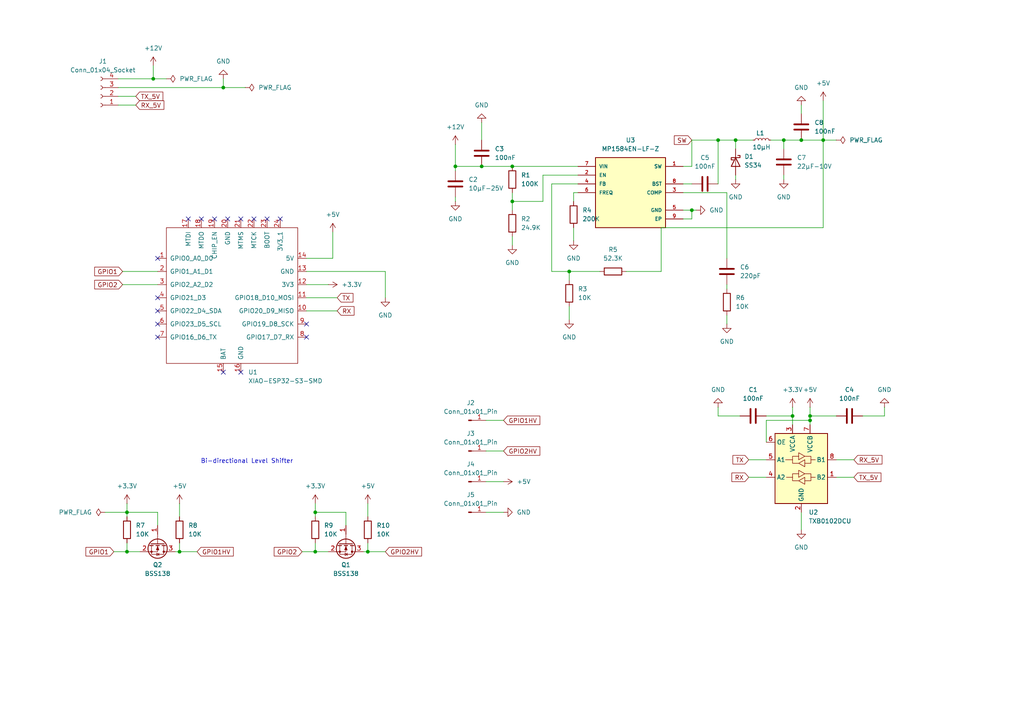
<source format=kicad_sch>
(kicad_sch (version 20250114) (generator "eeschema") (generator_version "9.0")
  (paper "A4")
  (lib_symbols
    (symbol "Connector:Conn_01x01_Pin" (pin_names (offset 1.016) (hide yes))
      (property "Reference" "J" (at 0 2.54 0))
      (property "Value" "Conn_01x01_Pin" (at 0 -2.54 0))
      (symbol "Conn_01x01_Pin_1_1"
        (rectangle (start 0.8636 0.127) (end 0 -0.127) (stroke (width 0.1524)) (fill (type outline)))
        (polyline (pts (xy 1.27 0) (xy 0.8636 0)) (stroke (width 0.1524)))
        (pin passive line (at 5.08 0 180) (length 3.81) (name "Pin_1") (number "1"))
      )
    )
    (symbol "Connector:Conn_01x04_Socket" (pin_names (offset 1.016) (hide yes))
      (property "Reference" "J" (at 0 5.08 0))
      (property "Value" "Conn_01x04_Socket" (at 0 -7.62 0))
      (symbol "Conn_01x04_Socket_1_1"
        (polyline (pts (xy -1.27 2.54) (xy -0.508 2.54)) (stroke (width 0.1524)))
        (polyline (pts (xy -1.27 0) (xy -0.508 0)) (stroke (width 0.1524)))
        (polyline (pts (xy -1.27 -2.54) (xy -0.508 -2.54)) (stroke (width 0.1524)))
        (polyline (pts (xy -1.27 -5.08) (xy -0.508 -5.08)) (stroke (width 0.1524)))
        (arc (start 0 2.032) (mid -0.5058 2.54) (end 0 3.048) (stroke (width 0.1524)))
        (arc (start 0 -0.508) (mid -0.5058 0) (end 0 0.508) (stroke (width 0.1524)))
        (arc (start 0 -3.048) (mid -0.5058 -2.54) (end 0 -2.032) (stroke (width 0.1524)))
        (arc (start 0 -5.588) (mid -0.5058 -5.08) (end 0 -4.572) (stroke (width 0.1524)))
        (pin passive line (at -5.08 2.54 0) (length 3.81) (name "Pin_1") (number "1"))
        (pin passive line (at -5.08 0 0) (length 3.81) (name "Pin_2") (number "2"))
        (pin passive line (at -5.08 -2.54 0) (length 3.81) (name "Pin_3") (number "3"))
        (pin passive line (at -5.08 -5.08 0) (length 3.81) (name "Pin_4") (number "4"))
      )
    )
    (symbol "Device:C" (pin_numbers (hide yes)) (pin_names (offset 0.254))
      (property "Reference" "C" (at 0.635 2.54 0))
      (property "Value" "C" (at 0.635 -2.54 0))
      (symbol "C_0_1"
        (polyline (pts (xy -2.032 0.762) (xy 2.032 0.762)) (stroke (width 0.508)))
        (polyline (pts (xy -2.032 -0.762) (xy 2.032 -0.762)) (stroke (width 0.508)))
      )
      (symbol "C_1_1"
        (pin passive line (at 0 3.81 270) (length 2.794) (name "~") (number "1"))
        (pin passive line (at 0 -3.81 90) (length 2.794) (name "~") (number "2"))
      )
    )
    (symbol "Device:L_Small" (pin_numbers (hide yes)) (pin_names (offset 0.254) (hide yes))
      (property "Reference" "L" (at 0.762 1.016 0))
      (property "Value" "L_Small" (at 0.762 -1.016 0))
      (symbol "L_Small_0_1"
        (arc (start 0 2.032) (mid 0.5058 1.524) (end 0 1.016))
        (arc (start 0 1.016) (mid 0.5058 0.508) (end 0 0))
        (arc (start 0 0) (mid 0.5058 -0.508) (end 0 -1.016))
        (arc (start 0 -1.016) (mid 0.5058 -1.524) (end 0 -2.032))
      )
      (symbol "L_Small_1_1"
        (pin passive line (at 0 2.54 270) (length 0.508) (name "~") (number "1"))
        (pin passive line (at 0 -2.54 90) (length 0.508) (name "~") (number "2"))
      )
    )
    (symbol "Device:R" (pin_numbers (hide yes)) (pin_names (offset 0))
      (property "Reference" "R" (at 2.032 0 90))
      (property "Value" "R" (at 0 0 90))
      (symbol "R_0_1"
        (rectangle (start -1.016 -2.54) (end 1.016 2.54) (stroke (width 0.254)))
      )
      (symbol "R_1_1"
        (pin passive line (at 0 3.81 270) (length 1.27) (name "~") (number "1"))
        (pin passive line (at 0 -3.81 90) (length 1.27) (name "~") (number "2"))
      )
    )
    (symbol "Diode:SS34" (pin_numbers (hide yes)) (pin_names (offset 1.016) (hide yes))
      (property "Reference" "D" (at 0 2.54 0))
      (property "Value" "SS34" (at 0 -2.54 0))
      (symbol "SS34_0_1"
        (polyline (pts (xy -1.905 0.635) (xy -1.905 1.27) (xy -1.27 1.27) (xy -1.27 -1.27) (xy -0.635 -1.27) (xy -0.635 -0.635)) (stroke (width 0.254)))
        (polyline (pts (xy 1.27 1.27) (xy 1.27 -1.27) (xy -1.27 0) (xy 1.27 1.27)) (stroke (width 0.254)))
        (polyline (pts (xy 1.27 0) (xy -1.27 0)))
      )
      (symbol "SS34_1_1"
        (pin passive line (at -3.81 0 0) (length 2.54) (name "K") (number "1"))
        (pin passive line (at 3.81 0 180) (length 2.54) (name "A") (number "2"))
      )
    )
    (symbol "Logic_LevelTranslator:TXB0102DCU"
      (property "Reference" "U" (at -6.35 11.43 0))
      (property "Value" "TXB0102DCU" (at 3.81 11.43 0))
      (symbol "TXB0102DCU_0_1"
        (rectangle (start -7.62 10.16) (end 7.62 -10.16) (stroke (width 0.254)) (fill (type background)))
        (polyline (pts (xy -2.54 2.54) (xy -2.54 3.556) (xy -0.762 3.556)))
        (polyline (pts (xy -2.54 -2.54) (xy -2.54 -1.524) (xy -0.762 -1.524)))
        (polyline (pts (xy -0.762 2.54) (xy -0.762 4.572) (xy 1.016 3.556) (xy -0.762 2.54)))
        (polyline (pts (xy -0.762 1.524) (xy -2.54 1.524) (xy -2.54 2.54) (xy -4.572 2.54)))
        (polyline (pts (xy -0.762 -2.54) (xy -0.762 -0.508) (xy 1.016 -1.524) (xy -0.762 -2.54)))
        (polyline (pts (xy -0.762 -3.556) (xy -2.54 -3.556) (xy -2.54 -2.54) (xy -4.318 -2.54)))
        (polyline (pts (xy 1.016 3.556) (xy 2.794 3.556) (xy 2.794 2.54) (xy 4.064 2.54)))
        (polyline (pts (xy 1.016 2.54) (xy 1.016 0.762) (xy 1.016 0.508) (xy -0.762 1.524) (xy 1.016 2.54)))
        (polyline (pts (xy 1.016 -1.524) (xy 2.794 -1.524) (xy 2.794 -2.54) (xy 4.064 -2.54)))
        (polyline (pts (xy 1.016 -2.54) (xy 1.016 -4.572) (xy -0.762 -3.556) (xy 1.016 -2.54)))
        (polyline (pts (xy 2.794 2.54) (xy 2.794 1.524) (xy 1.016 1.524)))
        (polyline (pts (xy 2.794 -2.54) (xy 2.794 -3.556) (xy 1.016 -3.556)))
      )
      (symbol "TXB0102DCU_1_1"
        (pin input line (at -10.16 7.62 0) (length 2.54) (name "OE") (number "6"))
        (pin bidirectional line (at -10.16 2.54 0) (length 2.54) (name "A1") (number "5"))
        (pin bidirectional line (at -10.16 -2.54 0) (length 2.54) (name "A2") (number "4"))
        (pin power_in line (at -2.54 12.7 270) (length 2.54) (name "VCCA") (number "3"))
        (pin power_in line (at 0 -12.7 90) (length 2.54) (name "GND") (number "2"))
        (pin power_in line (at 2.54 12.7 270) (length 2.54) (name "VCCB") (number "7"))
        (pin bidirectional line (at 10.16 2.54 180) (length 2.54) (name "B1") (number "8"))
        (pin bidirectional line (at 10.16 -2.54 180) (length 2.54) (name "B2") (number "1"))
      )
    )
    (symbol "MP1584EN-LF-Z:MP1584EN-LF-Z" (pin_names (offset 1.016))
      (property "Reference" "U" (at -10.1897 10.9615 0))
      (property "Value" "MP1584EN-LF-Z" (at -10.1903 -12.7436 0))
      (symbol "MP1584EN-LF-Z_0_0"
        (rectangle (start -10.16 -10.16) (end 10.16 10.16) (stroke (width 0.254)) (fill (type background)))
        (pin input line (at -15.24 7.62 0) (length 5.08) (name "VIN") (number "7"))
        (pin input line (at -15.24 5.08 0) (length 5.08) (name "EN") (number "2"))
        (pin input line (at -15.24 2.54 0) (length 5.08) (name "FB") (number "4"))
        (pin passive line (at -15.24 0 0) (length 5.08) (name "FREQ") (number "6"))
        (pin output line (at 15.24 7.62 180) (length 5.08) (name "SW") (number "1"))
        (pin passive line (at 15.24 2.54 180) (length 5.08) (name "BST") (number "8"))
        (pin passive line (at 15.24 0 180) (length 5.08) (name "COMP") (number "3"))
        (pin power_in line (at 15.24 -5.08 180) (length 5.08) (name "GND") (number "5"))
        (pin power_in line (at 15.24 -7.62 180) (length 5.08) (name "EP") (number "9"))
      )
    )
    (symbol "Seeed_Studio_XIAO_Series:XIAO-ESP32-C6-SMD" (pin_names (offset 1.016))
      (property "Reference" "U" (at -18.542 23.114 0))
      (property "Value" "XIAO-ESP32-S3-SMD" (at -8.382 21.336 0))
      (symbol "XIAO-ESP32-C6-SMD_0_1"
        (rectangle (start 19.05 -19.05) (end -19.05 20.32))
      )
      (symbol "XIAO-ESP32-C6-SMD_1_1"
        (pin passive line (at -21.59 11.43 0) (length 2.54) (name "GPIO0_A0_D0") (number "1"))
        (pin passive line (at -21.59 7.62 0) (length 2.54) (name "GPIO1_A1_D1") (number "2"))
        (pin passive line (at -21.59 3.81 0) (length 2.54) (name "GPIO2_A2_D2") (number "3"))
        (pin passive line (at -21.59 0 0) (length 2.54) (name "GPIO21_D3") (number "4"))
        (pin passive line (at -21.59 -3.81 0) (length 2.54) (name "GPIO22_D4_SDA") (number "5"))
        (pin passive line (at -21.59 -7.62 0) (length 2.54) (name "GPIO23_D5_SCL") (number "6"))
        (pin passive line (at -21.59 -11.43 0) (length 2.54) (name "GPIO16_D6_TX") (number "7"))
        (pin passive line (at -12.7 22.86 270) (length 2.54) (name "MTDI") (number "17"))
        (pin passive line (at -8.89 22.86 270) (length 2.54) (name "MTDO") (number "18"))
        (pin passive line (at -5.08 22.86 270) (length 2.54) (name "CHIP_EN") (number "19"))
        (pin passive line (at -2.54 -21.59 90) (length 2.54) (name "BAT") (number "15"))
        (pin passive line (at -1.27 22.86 270) (length 2.54) (name "GND") (number "20"))
        (pin passive line (at 2.54 22.86 270) (length 2.54) (name "MTMS") (number "21"))
        (pin passive line (at 2.54 -21.59 90) (length 2.54) (name "GND") (number "16"))
        (pin passive line (at 6.35 22.86 270) (length 2.54) (name "MTCK") (number "22"))
        (pin passive line (at 10.16 22.86 270) (length 2.54) (name "BOOT") (number "23"))
        (pin passive line (at 13.97 22.86 270) (length 2.54) (name "3V3_1") (number "24"))
        (pin passive line (at 21.59 11.43 180) (length 2.54) (name "5V") (number "14"))
        (pin passive line (at 21.59 7.62 180) (length 2.54) (name "GND") (number "13"))
        (pin passive line (at 21.59 3.81 180) (length 2.54) (name "3V3") (number "12"))
        (pin passive line (at 21.59 0 180) (length 2.54) (name "GPIO18_D10_MOSI") (number "11"))
        (pin passive line (at 21.59 -3.81 180) (length 2.54) (name "GPIO20_D9_MISO") (number "10"))
        (pin passive line (at 21.59 -7.62 180) (length 2.54) (name "GPIO19_D8_SCK") (number "9"))
        (pin passive line (at 21.59 -11.43 180) (length 2.54) (name "GPIO17_D7_RX") (number "8"))
      )
    )
    (symbol "Transistor_FET:BSS138" (pin_names (offset 0) (hide yes))
      (property "Reference" "Q" (at 5.08 1.905 0))
      (property "Value" "BSS138" (at 5.08 0 0))
      (symbol "BSS138_0_1"
        (polyline (pts (xy 0.254 1.905) (xy 0.254 -1.905)) (stroke (width 0.254)))
        (polyline (pts (xy 0.254 0) (xy -2.54 0)))
        (polyline (pts (xy 0.762 2.286) (xy 0.762 1.27)) (stroke (width 0.254)))
        (polyline (pts (xy 0.762 0.508) (xy 0.762 -0.508)) (stroke (width 0.254)))
        (polyline (pts (xy 0.762 -1.27) (xy 0.762 -2.286)) (stroke (width 0.254)))
        (polyline (pts (xy 0.762 -1.778) (xy 3.302 -1.778) (xy 3.302 1.778) (xy 0.762 1.778)))
        (polyline (pts (xy 1.016 0) (xy 2.032 0.381) (xy 2.032 -0.381) (xy 1.016 0)) (fill (type outline)))
        (circle (center 1.651 0) (radius 2.794) (stroke (width 0.254)))
        (polyline (pts (xy 2.54 2.54) (xy 2.54 1.778)))
        (circle (center 2.54 1.778) (radius 0.254) (fill (type outline)))
        (circle (center 2.54 -1.778) (radius 0.254) (fill (type outline)))
        (polyline (pts (xy 2.54 -2.54) (xy 2.54 0) (xy 0.762 0)))
        (polyline (pts (xy 2.921 0.381) (xy 3.683 0.381)))
        (polyline (pts (xy 3.302 0.381) (xy 2.921 -0.254) (xy 3.683 -0.254) (xy 3.302 0.381)))
      )
      (symbol "BSS138_1_1"
        (pin input line (at -5.08 0 0) (length 2.54) (name "G") (number "1"))
        (pin passive line (at 2.54 5.08 270) (length 2.54) (name "D") (number "3"))
        (pin passive line (at 2.54 -5.08 90) (length 2.54) (name "S") (number "2"))
      )
    )
    (symbol "power:+12V" (power) (pin_numbers (hide yes)) (pin_names (offset 0) (hide yes))
      (property "Value" "+12V" (at 0 3.556 0))
      (symbol "+12V_0_1"
        (polyline (pts (xy -0.762 1.27) (xy 0 2.54)))
        (polyline (pts (xy 0 2.54) (xy 0.762 1.27)))
        (polyline (pts (xy 0 0) (xy 0 2.54)))
      )
      (symbol "+12V_1_1"
        (pin power_in line (at 0 0 90) (length 0) (name "~") (number "1"))
      )
    )
    (symbol "power:+3.3V" (power) (pin_numbers (hide yes)) (pin_names (offset 0) (hide yes))
      (property "Value" "+3.3V" (at 0 3.556 0))
      (symbol "+3.3V_0_1"
        (polyline (pts (xy -0.762 1.27) (xy 0 2.54)))
        (polyline (pts (xy 0 2.54) (xy 0.762 1.27)))
        (polyline (pts (xy 0 0) (xy 0 2.54)))
      )
      (symbol "+3.3V_1_1"
        (pin power_in line (at 0 0 90) (length 0) (name "~") (number "1"))
      )
    )
    (symbol "power:+5V" (power) (pin_numbers (hide yes)) (pin_names (offset 0) (hide yes))
      (property "Value" "+5V" (at 0 3.556 0))
      (symbol "+5V_0_1"
        (polyline (pts (xy -0.762 1.27) (xy 0 2.54)))
        (polyline (pts (xy 0 2.54) (xy 0.762 1.27)))
        (polyline (pts (xy 0 0) (xy 0 2.54)))
      )
      (symbol "+5V_1_1"
        (pin power_in line (at 0 0 90) (length 0) (name "~") (number "1"))
      )
    )
    (symbol "power:GND" (power) (pin_numbers (hide yes)) (pin_names (offset 0) (hide yes))
      (property "Value" "GND" (at 0 -3.81 0))
      (symbol "GND_0_1"
        (polyline (pts (xy 0 0) (xy 0 -1.27) (xy 1.27 -1.27) (xy 0 -2.54) (xy -1.27 -1.27) (xy 0 -1.27)))
      )
      (symbol "GND_1_1"
        (pin power_in line (at 0 0 270) (length 0) (name "~") (number "1"))
      )
    )
    (symbol "power:PWR_FLAG" (power) (pin_numbers (hide yes)) (pin_names (offset 0) (hide yes))
      (property "Value" "PWR_FLAG" (at 0 3.81 0))
      (symbol "PWR_FLAG_0_0"
        (pin power_out line (at 0 0 90) (length 0) (name "~") (number "1"))
      )
      (symbol "PWR_FLAG_0_1"
        (polyline (pts (xy 0 0) (xy 0 1.27) (xy -1.016 1.905) (xy 0 2.54) (xy 1.016 1.905) (xy 0 1.27)))
      )
    )
  )
  (text "Bi-directional Level Shifter" (at 71.628 133.858 0) (effects (font (size 1.27 1.27))))
  (junction (at 234.95 121.92))
  (junction (at 238.76 40.64))
  (junction (at 91.44 160.02))
  (junction (at 139.7 48.26))
  (junction (at 36.83 160.02))
  (junction (at 165.1 78.74))
  (junction (at 227.33 40.64))
  (junction (at 44.45 22.86))
  (junction (at 132.08 48.26))
  (junction (at 234.95 120.65))
  (junction (at 229.87 120.65))
  (junction (at 148.59 48.26))
  (junction (at 52.07 160.02))
  (junction (at 148.59 58.42))
  (junction (at 213.36 40.64))
  (junction (at 91.44 148.59))
  (junction (at 208.28 40.64))
  (junction (at 200.66 60.96))
  (junction (at 36.83 148.59))
  (junction (at 232.41 40.64))
  (junction (at 64.77 25.4))
  (junction (at 106.68 160.02))
  (no_connect (at 45.72 74.93))
  (no_connect (at 45.72 93.98))
  (no_connect (at 45.72 90.17))
  (no_connect (at 81.28 63.5))
  (no_connect (at 58.42 63.5))
  (no_connect (at 45.72 97.79))
  (no_connect (at 69.85 63.5))
  (no_connect (at 66.04 63.5))
  (no_connect (at 69.85 107.95))
  (no_connect (at 88.9 93.98))
  (no_connect (at 64.77 107.95))
  (no_connect (at 88.9 97.79))
  (no_connect (at 62.23 63.5))
  (no_connect (at 45.72 86.36))
  (no_connect (at 54.61 63.5))
  (no_connect (at 73.66 63.5))
  (no_connect (at 77.47 63.5))
  (wire (pts (xy 140.97 139.7) (xy 146.05 139.7)))
  (wire (pts (xy 222.25 120.65) (xy 229.87 120.65)))
  (wire (pts (xy 201.93 60.96) (xy 200.66 60.96)))
  (wire (pts (xy 100.33 148.59) (xy 91.44 148.59)))
  (wire (pts (xy 132.08 48.26) (xy 132.08 49.53)))
  (wire (pts (xy 198.12 53.34) (xy 200.66 53.34)))
  (wire (pts (xy 140.97 121.92) (xy 146.05 121.92)))
  (wire (pts (xy 227.33 40.64) (xy 227.33 43.18)))
  (wire (pts (xy 45.72 152.4) (xy 45.72 148.59)))
  (wire (pts (xy 91.44 146.05) (xy 91.44 148.59)))
  (wire (pts (xy 234.95 121.92) (xy 234.95 123.19)))
  (wire (pts (xy 88.9 82.55) (xy 95.25 82.55)))
  (wire (pts (xy 52.07 160.02) (xy 57.15 160.02)))
  (wire (pts (xy 222.25 121.92) (xy 234.95 121.92)))
  (wire (pts (xy 167.64 50.8) (xy 157.48 50.8)))
  (wire (pts (xy 106.68 146.05) (xy 106.68 149.86)))
  (wire (pts (xy 36.83 148.59) (xy 36.83 149.86)))
  (wire (pts (xy 232.41 148.59) (xy 232.41 153.67)))
  (wire (pts (xy 232.41 30.48) (xy 232.41 33.02)))
  (wire (pts (xy 191.77 66.04) (xy 238.76 66.04)))
  (wire (pts (xy 106.68 160.02) (xy 111.76 160.02)))
  (wire (pts (xy 148.59 68.58) (xy 148.59 71.12)))
  (wire (pts (xy 227.33 50.8) (xy 227.33 52.07)))
  (wire (pts (xy 222.25 128.27) (xy 222.25 121.92)))
  (wire (pts (xy 229.87 120.65) (xy 229.87 123.19)))
  (wire (pts (xy 234.95 120.65) (xy 242.57 120.65)))
  (wire (pts (xy 213.36 40.64) (xy 218.44 40.64)))
  (wire (pts (xy 100.33 152.4) (xy 100.33 148.59)))
  (wire (pts (xy 88.9 90.17) (xy 97.79 90.17)))
  (wire (pts (xy 181.61 78.74) (xy 191.77 78.74)))
  (wire (pts (xy 166.37 66.04) (xy 166.37 69.85)))
  (wire (pts (xy 91.44 148.59) (xy 91.44 149.86)))
  (wire (pts (xy 200.66 40.64) (xy 208.28 40.64)))
  (wire (pts (xy 132.08 41.91) (xy 132.08 48.26)))
  (wire (pts (xy 140.97 148.59) (xy 146.05 148.59)))
  (wire (pts (xy 238.76 66.04) (xy 238.76 40.64)))
  (wire (pts (xy 139.7 48.26) (xy 132.08 48.26)))
  (wire (pts (xy 64.77 25.4) (xy 64.77 22.86)))
  (wire (pts (xy 217.17 133.35) (xy 222.25 133.35)))
  (wire (pts (xy 40.64 160.02) (xy 36.83 160.02)))
  (wire (pts (xy 52.07 146.05) (xy 52.07 149.86)))
  (wire (pts (xy 34.29 22.86) (xy 44.45 22.86)))
  (wire (pts (xy 214.63 120.65) (xy 208.28 120.65)))
  (wire (pts (xy 198.12 55.88) (xy 210.82 55.88)))
  (wire (pts (xy 238.76 29.21) (xy 238.76 40.64)))
  (wire (pts (xy 229.87 118.11) (xy 229.87 120.65)))
  (wire (pts (xy 256.54 120.65) (xy 256.54 118.11)))
  (wire (pts (xy 238.76 40.64) (xy 242.57 40.64)))
  (wire (pts (xy 166.37 55.88) (xy 166.37 58.42)))
  (wire (pts (xy 34.29 25.4) (xy 64.77 25.4)))
  (wire (pts (xy 30.48 148.59) (xy 36.83 148.59)))
  (wire (pts (xy 148.59 48.26) (xy 139.7 48.26)))
  (wire (pts (xy 198.12 63.5) (xy 200.66 63.5)))
  (wire (pts (xy 140.97 130.81) (xy 146.05 130.81)))
  (wire (pts (xy 36.83 146.05) (xy 36.83 148.59)))
  (wire (pts (xy 234.95 118.11) (xy 234.95 120.65)))
  (wire (pts (xy 200.66 63.5) (xy 200.66 60.96)))
  (wire (pts (xy 36.83 148.59) (xy 45.72 148.59)))
  (wire (pts (xy 160.02 78.74) (xy 165.1 78.74)))
  (wire (pts (xy 208.28 40.64) (xy 208.28 53.34)))
  (wire (pts (xy 148.59 55.88) (xy 148.59 58.42)))
  (wire (pts (xy 34.29 27.94) (xy 39.37 27.94)))
  (wire (pts (xy 165.1 78.74) (xy 173.99 78.74)))
  (wire (pts (xy 96.52 74.93) (xy 96.52 67.31)))
  (wire (pts (xy 232.41 40.64) (xy 227.33 40.64)))
  (wire (pts (xy 34.29 30.48) (xy 39.37 30.48)))
  (wire (pts (xy 210.82 82.55) (xy 210.82 83.82)))
  (wire (pts (xy 106.68 160.02) (xy 106.68 157.48)))
  (wire (pts (xy 139.7 35.56) (xy 139.7 40.64)))
  (wire (pts (xy 191.77 78.74) (xy 191.77 66.04)))
  (wire (pts (xy 167.64 55.88) (xy 166.37 55.88)))
  (wire (pts (xy 234.95 120.65) (xy 234.95 121.92)))
  (wire (pts (xy 148.59 48.26) (xy 167.64 48.26)))
  (wire (pts (xy 44.45 22.86) (xy 48.26 22.86)))
  (wire (pts (xy 200.66 48.26) (xy 200.66 40.64)))
  (wire (pts (xy 250.19 120.65) (xy 256.54 120.65)))
  (wire (pts (xy 208.28 118.11) (xy 208.28 120.65)))
  (wire (pts (xy 35.56 78.74) (xy 45.72 78.74)))
  (wire (pts (xy 111.76 86.36) (xy 111.76 78.74)))
  (wire (pts (xy 167.64 53.34) (xy 160.02 53.34)))
  (wire (pts (xy 213.36 40.64) (xy 213.36 43.18)))
  (wire (pts (xy 36.83 160.02) (xy 36.83 157.48)))
  (wire (pts (xy 91.44 160.02) (xy 91.44 157.48)))
  (wire (pts (xy 165.1 88.9) (xy 165.1 92.71)))
  (wire (pts (xy 105.41 160.02) (xy 106.68 160.02)))
  (wire (pts (xy 111.76 78.74) (xy 88.9 78.74)))
  (wire (pts (xy 208.28 40.64) (xy 213.36 40.64)))
  (wire (pts (xy 50.8 160.02) (xy 52.07 160.02)))
  (wire (pts (xy 210.82 91.44) (xy 210.82 93.98)))
  (wire (pts (xy 148.59 58.42) (xy 148.59 60.96)))
  (wire (pts (xy 242.57 133.35) (xy 247.65 133.35)))
  (wire (pts (xy 242.57 138.43) (xy 247.65 138.43)))
  (wire (pts (xy 210.82 55.88) (xy 210.82 74.93)))
  (wire (pts (xy 64.77 25.4) (xy 71.12 25.4)))
  (wire (pts (xy 33.02 160.02) (xy 36.83 160.02)))
  (wire (pts (xy 200.66 60.96) (xy 198.12 60.96)))
  (wire (pts (xy 88.9 74.93) (xy 96.52 74.93)))
  (wire (pts (xy 165.1 78.74) (xy 165.1 81.28)))
  (wire (pts (xy 87.63 160.02) (xy 91.44 160.02)))
  (wire (pts (xy 88.9 86.36) (xy 97.79 86.36)))
  (wire (pts (xy 223.52 40.64) (xy 227.33 40.64)))
  (wire (pts (xy 132.08 57.15) (xy 132.08 58.42)))
  (wire (pts (xy 35.56 82.55) (xy 45.72 82.55)))
  (wire (pts (xy 52.07 160.02) (xy 52.07 157.48)))
  (wire (pts (xy 44.45 19.05) (xy 44.45 22.86)))
  (wire (pts (xy 213.36 50.8) (xy 213.36 52.07)))
  (wire (pts (xy 148.59 58.42) (xy 157.48 58.42)))
  (wire (pts (xy 95.25 160.02) (xy 91.44 160.02)))
  (wire (pts (xy 238.76 40.64) (xy 232.41 40.64)))
  (wire (pts (xy 217.17 138.43) (xy 222.25 138.43)))
  (wire (pts (xy 198.12 48.26) (xy 200.66 48.26)))
  (wire (pts (xy 157.48 50.8) (xy 157.48 58.42)))
  (wire (pts (xy 160.02 53.34) (xy 160.02 78.74)))
  (global_label "GPIO1HV" (shape input) (at 57.15 160.02 0) (property "Intersheetrefs" "${INTERSHEET_REFS}" (effects (hide yes))))
  (global_label "GPIO2HV" (shape input) (at 146.05 130.81 0) (property "Intersheetrefs" "${INTERSHEET_REFS}" (effects (hide yes))))
  (global_label "RX" (shape input) (at 97.79 90.17 0) (property "Intersheetrefs" "${INTERSHEET_REFS}" (effects (hide yes))))
  (global_label "RX_5V" (shape input) (at 247.65 133.35 0) (property "Intersheetrefs" "${INTERSHEET_REFS}" (effects (hide yes))))
  (global_label "GPIO1HV" (shape input) (at 146.05 121.92 0) (property "Intersheetrefs" "${INTERSHEET_REFS}" (effects (hide yes))))
  (global_label "TX" (shape input) (at 97.79 86.36 0) (property "Intersheetrefs" "${INTERSHEET_REFS}" (effects (hide yes))))
  (global_label "TX" (shape input) (at 217.17 133.35 180) (property "Intersheetrefs" "${INTERSHEET_REFS}" (effects (hide yes))))
  (global_label "GPIO2HV" (shape input) (at 111.76 160.02 0) (property "Intersheetrefs" "${INTERSHEET_REFS}" (effects (hide yes))))
  (global_label "RX" (shape input) (at 217.17 138.43 180) (property "Intersheetrefs" "${INTERSHEET_REFS}" (effects (hide yes))))
  (global_label "TX_5V" (shape input) (at 39.37 27.94 0) (property "Intersheetrefs" "${INTERSHEET_REFS}" (effects (hide yes))))
  (global_label "RX_5V" (shape input) (at 39.37 30.48 0) (property "Intersheetrefs" "${INTERSHEET_REFS}" (effects (hide yes))))
  (global_label "GPIO2" (shape input) (at 87.63 160.02 180) (property "Intersheetrefs" "${INTERSHEET_REFS}" (effects (hide yes))))
  (global_label "TX_5V" (shape input) (at 247.65 138.43 0) (property "Intersheetrefs" "${INTERSHEET_REFS}" (effects (hide yes))))
  (global_label "SW" (shape input) (at 200.66 40.64 180) (property "Intersheetrefs" "${INTERSHEET_REFS}" (effects (hide yes))))
  (global_label "GPIO1" (shape input) (at 35.56 78.74 180) (property "Intersheetrefs" "${INTERSHEET_REFS}" (effects (hide yes))))
  (global_label "GPIO2" (shape input) (at 35.56 82.55 180) (property "Intersheetrefs" "${INTERSHEET_REFS}" (effects (hide yes))))
  (global_label "GPIO1" (shape input) (at 33.02 160.02 180) (property "Intersheetrefs" "${INTERSHEET_REFS}" (effects (hide yes))))
  (symbol (lib_id "Connector:Conn_01x01_Pin") (at 135.89 139.7 0) (unit 1)
    (property "Reference" "J4" (at 136.525 134.62 0))
    (property "Value" "Conn_01x01_Pin" (at 136.525 137.16 0))
    (property "Footprint" "Connector_Pin:Pin_D1.3mm_L11.3mm_W2.8mm_Flat" (effects (hide yes)))
    (property "Description" "Generic connector, single row, 01x01, script generated" (effects (hide yes)))
  )
  (symbol (lib_id "power:+5V") (at 106.68 146.05 0) (unit 1)
    (property "Reference" "#PWR04" (effects (hide yes)))
    (property "Value" "+5V" (at 106.68 140.97 0))
    (property "Description" "Power symbol creates a global label with name \"+5V\"" (effects (hide yes)))
  )
  (symbol (lib_id "power:GND") (at 201.93 60.96 90) (unit 1)
    (property "Reference" "#PWR019" (effects (hide yes)))
    (property "Value" "GND" (at 205.74 60.9599 90) (effects (justify right)))
    (property "Description" "Power symbol creates a global label with name \"GND\" , ground" (effects (hide yes)))
  )
  (symbol (lib_id "Connector:Conn_01x01_Pin") (at 135.89 121.92 0) (unit 1)
    (property "Reference" "J2" (at 136.525 116.84 0))
    (property "Value" "Conn_01x01_Pin" (at 136.525 119.38 0))
    (property "Footprint" "Connector_Pin:Pin_D1.3mm_L11.3mm_W2.8mm_Flat" (effects (hide yes)))
    (property "Description" "Generic connector, single row, 01x01, script generated" (effects (hide yes)))
  )
  (symbol (lib_id "Connector:Conn_01x01_Pin") (at 135.89 148.59 0) (unit 1)
    (property "Reference" "J5" (at 136.525 143.51 0))
    (property "Value" "Conn_01x01_Pin" (at 136.525 146.05 0))
    (property "Footprint" "Connector_Pin:Pin_D1.3mm_L11.3mm_W2.8mm_Flat" (effects (hide yes)))
    (property "Description" "Generic connector, single row, 01x01, script generated" (effects (hide yes)))
  )
  (symbol (lib_id "power:GND") (at 256.54 118.11 180) (unit 1)
    (property "Reference" "#PWR016" (effects (hide yes)))
    (property "Value" "GND" (at 256.54 113.03 0))
    (property "Description" "Power symbol creates a global label with name \"GND\" , ground" (effects (hide yes)))
  )
  (symbol (lib_id "power:+5V") (at 96.52 67.31 0) (unit 1)
    (property "Reference" "#PWR06" (effects (hide yes)))
    (property "Value" "+5V" (at 96.52 62.23 0))
    (property "Description" "Power symbol creates a global label with name \"+5V\"" (effects (hide yes)))
  )
  (symbol (lib_id "power:GND") (at 208.28 118.11 180) (unit 1)
    (property "Reference" "#PWR08" (effects (hide yes)))
    (property "Value" "GND" (at 208.28 113.03 0))
    (property "Description" "Power symbol creates a global label with name \"GND\" , ground" (effects (hide yes)))
  )
  (symbol (lib_id "power:GND") (at 213.36 52.07 0) (unit 1)
    (property "Reference" "#PWR021" (effects (hide yes)))
    (property "Value" "GND" (at 213.36 57.15 0))
    (property "Description" "Power symbol creates a global label with name \"GND\" , ground" (effects (hide yes)))
  )
  (symbol (lib_id "power:GND") (at 166.37 69.85 0) (unit 1)
    (property "Reference" "#PWR018" (effects (hide yes)))
    (property "Value" "GND" (at 166.37 74.93 0))
    (property "Description" "Power symbol creates a global label with name \"GND\" , ground" (effects (hide yes)))
  )
  (symbol (lib_id "power:+3.3V") (at 91.44 146.05 0) (unit 1)
    (property "Reference" "#PWR03" (effects (hide yes)))
    (property "Value" "+3.3V" (at 91.44 140.97 0))
    (property "Description" "Power symbol creates a global label with name \"+3.3V\"" (effects (hide yes)))
  )
  (symbol (lib_id "MP1584EN-LF-Z:MP1584EN-LF-Z") (at 182.88 55.88 0) (unit 1)
    (property "Reference" "U3" (at 182.88 40.64 0))
    (property "Value" "MP1584EN-LF-Z" (at 182.88 43.18 0))
    (property "Footprint" "Package_SO:SOIC-8-1EP_3.9x4.9mm_P1.27mm_EP2.29x3mm" (effects (hide yes)))
    (property "STANDARD" "IPC-7351B" (effects (hide yes)))
    (property "PACKAGE" "SOIC-8" (effects (hide yes)))
    (property "PRICE" "2.72 USD" (effects (hide yes)))
    (property "MANUFACTURER" "Monolithic Power Systems" (effects (hide yes)))
  )
  (symbol (lib_id "Device:R") (at 91.44 153.67 0) (unit 1)
    (property "Reference" "R9" (at 93.98 152.3999 0) (effects (justify left)))
    (property "Value" "10K" (at 93.98 154.9399 0) (effects (justify left)))
    (property "Footprint" "Resistor_SMD:R_0805_2012Metric" (effects (hide yes)))
    (property "Description" "Resistor" (effects (hide yes)))
  )
  (symbol (lib_id "Device:L_Small") (at 220.98 40.64 90) (unit 1)
    (property "Reference" "L1" (at 221.742 38.608 90) (effects (justify left)))
    (property "Value" "10µH" (at 223.52 42.672 90) (effects (justify left)))
    (property "Footprint" "Inductor_SMD:L_APV_APH0530" (effects (hide yes)))
    (property "Description" "Inductor, small symbol" (effects (hide yes)))
  )
  (symbol (lib_id "power:GND") (at 165.1 92.71 0) (unit 1)
    (property "Reference" "#PWR017" (effects (hide yes)))
    (property "Value" "GND" (at 165.1 97.79 0))
    (property "Description" "Power symbol creates a global label with name \"GND\" , ground" (effects (hide yes)))
  )
  (symbol (lib_id "Device:C") (at 132.08 53.34 0) (unit 1)
    (property "Reference" "C2" (at 135.89 52.0699 0) (effects (justify left)))
    (property "Value" "10µF-25V" (at 135.89 54.6099 0) (effects (justify left)))
    (property "Footprint" "Capacitor_SMD:C_1206_3216Metric" (effects (hide yes)))
    (property "Description" "Unpolarized capacitor" (effects (hide yes)))
  )
  (symbol (lib_id "power:GND") (at 146.05 148.59 90) (unit 1)
    (property "Reference" "#PWR027" (effects (hide yes)))
    (property "Value" "GND" (at 149.86 148.5899 90) (effects (justify right)))
    (property "Description" "Power symbol creates a global label with name \"GND\" , ground" (effects (hide yes)))
  )
  (symbol (lib_id "power:+3.3V") (at 229.87 118.11 0) (unit 1)
    (property "Reference" "#PWR011" (effects (hide yes)))
    (property "Value" "+3.3V" (at 229.87 113.03 0))
    (property "Description" "Power symbol creates a global label with name \"+3.3V\"" (effects (hide yes)))
  )
  (symbol (lib_id "power:+5V") (at 146.05 139.7 270) (unit 1)
    (property "Reference" "#PWR025" (effects (hide yes)))
    (property "Value" "+5V" (at 149.86 139.6999 90) (effects (justify left)))
    (property "Description" "Power symbol creates a global label with name \"+5V\"" (effects (hide yes)))
  )
  (symbol (lib_id "Seeed_Studio_XIAO_Series:XIAO-ESP32-C6-SMD") (at 67.31 86.36 0) (unit 1)
    (property "Reference" "U1" (at 71.9933 107.95 0) (effects (justify left)))
    (property "Value" "XIAO-ESP32-S3-SMD" (at 71.9933 110.49 0) (effects (justify left)))
    (property "Footprint" "acw02_zb:XIAO-ESP32C6-SMD" (effects (hide yes)))
  )
  (symbol (lib_id "power:GND") (at 64.77 22.86 180) (unit 1)
    (property "Reference" "#PWR01" (effects (hide yes)))
    (property "Value" "GND" (at 64.77 17.78 0))
    (property "Description" "Power symbol creates a global label with name \"GND\" , ground" (effects (hide yes)))
  )
  (symbol (lib_id "power:GND") (at 227.33 52.07 0) (unit 1)
    (property "Reference" "#PWR022" (effects (hide yes)))
    (property "Value" "GND" (at 227.33 57.15 0))
    (property "Description" "Power symbol creates a global label with name \"GND\" , ground" (effects (hide yes)))
  )
  (symbol (lib_id "Device:R") (at 165.1 85.09 0) (unit 1)
    (property "Reference" "R3" (at 167.64 83.8199 0) (effects (justify left)))
    (property "Value" "10K" (at 167.64 86.3599 0) (effects (justify left)))
    (property "Footprint" "Resistor_SMD:R_0805_2012Metric" (effects (hide yes)))
    (property "Description" "Resistor" (effects (hide yes)))
  )
  (symbol (lib_id "Device:R") (at 36.83 153.67 0) (unit 1)
    (property "Reference" "R7" (at 39.37 152.3999 0) (effects (justify left)))
    (property "Value" "10K" (at 39.37 154.9399 0) (effects (justify left)))
    (property "Footprint" "Resistor_SMD:R_0805_2012Metric" (effects (hide yes)))
    (property "Description" "Resistor" (effects (hide yes)))
  )
  (symbol (lib_id "power:+5V") (at 234.95 118.11 0) (unit 1)
    (property "Reference" "#PWR014" (effects (hide yes)))
    (property "Value" "+5V" (at 234.95 113.03 0))
    (property "Description" "Power symbol creates a global label with name \"+5V\"" (effects (hide yes)))
  )
  (symbol (lib_id "power:+5V") (at 52.07 146.05 0) (unit 1)
    (property "Reference" "#PWR029" (effects (hide yes)))
    (property "Value" "+5V" (at 52.07 140.97 0))
    (property "Description" "Power symbol creates a global label with name \"+5V\"" (effects (hide yes)))
  )
  (symbol (lib_id "power:PWR_FLAG") (at 30.48 148.59 90) (unit 1)
    (property "Reference" "#FLG03" (effects (hide yes)))
    (property "Value" "PWR_FLAG" (at 26.67 148.5899 90) (effects (justify left)))
    (property "Description" "Special symbol for telling ERC where power comes from" (effects (hide yes)))
  )
  (symbol (lib_id "power:PWR_FLAG") (at 48.26 22.86 270) (unit 1)
    (property "Reference" "#FLG01" (effects (hide yes)))
    (property "Value" "PWR_FLAG" (at 52.07 22.8599 90) (effects (justify left)))
    (property "Description" "Special symbol for telling ERC where power comes from" (effects (hide yes)))
  )
  (symbol (lib_id "Device:C") (at 139.7 44.45 180) (unit 1)
    (property "Reference" "C3" (at 143.51 43.1799 0) (effects (justify right)))
    (property "Value" "100nF" (at 143.51 45.7199 0) (effects (justify right)))
    (property "Footprint" "Capacitor_SMD:C_1206_3216Metric" (effects (hide yes)))
    (property "Description" "Unpolarized capacitor" (effects (hide yes)))
  )
  (symbol (lib_id "Device:R") (at 166.37 62.23 0) (unit 1)
    (property "Reference" "R4" (at 168.91 60.9599 0) (effects (justify left)))
    (property "Value" "200K" (at 168.91 63.4999 0) (effects (justify left)))
    (property "Footprint" "Resistor_SMD:R_0805_2012Metric" (effects (hide yes)))
    (property "Description" "Resistor" (effects (hide yes)))
  )
  (symbol (lib_id "Device:C") (at 210.82 78.74 0) (unit 1)
    (property "Reference" "C6" (at 214.63 77.4699 0) (effects (justify left)))
    (property "Value" "220pF" (at 214.63 80.0099 0) (effects (justify left)))
    (property "Footprint" "Capacitor_SMD:C_0805_2012Metric" (effects (hide yes)))
    (property "Description" "Unpolarized capacitor" (effects (hide yes)))
  )
  (symbol (lib_id "power:+3.3V") (at 95.25 82.55 270) (unit 1)
    (property "Reference" "#PWR05" (effects (hide yes)))
    (property "Value" "+3.3V" (at 99.06 82.5499 90) (effects (justify left)))
    (property "Description" "Power symbol creates a global label with name \"+3.3V\"" (effects (hide yes)))
  )
  (symbol (lib_id "Device:C") (at 204.47 53.34 90) (unit 1)
    (property "Reference" "C5" (at 204.47 45.72 90))
    (property "Value" "100nF" (at 204.47 48.26 90))
    (property "Footprint" "Capacitor_SMD:C_1206_3216Metric" (effects (hide yes)))
    (property "Description" "Unpolarized capacitor" (effects (hide yes)))
  )
  (symbol (lib_id "power:GND") (at 232.41 30.48 180) (unit 1)
    (property "Reference" "#PWR023" (effects (hide yes)))
    (property "Value" "GND" (at 232.41 25.4 0))
    (property "Description" "Power symbol creates a global label with name \"GND\" , ground" (effects (hide yes)))
  )
  (symbol (lib_id "Device:R") (at 106.68 153.67 0) (unit 1)
    (property "Reference" "R10" (at 109.22 152.3999 0) (effects (justify left)))
    (property "Value" "10K" (at 109.22 154.9399 0) (effects (justify left)))
    (property "Footprint" "Resistor_SMD:R_0805_2012Metric" (effects (hide yes)))
    (property "Description" "Resistor" (effects (hide yes)))
  )
  (symbol (lib_id "power:+12V") (at 132.08 41.91 0) (unit 1)
    (property "Reference" "#PWR09" (effects (hide yes)))
    (property "Value" "+12V" (at 132.08 36.83 0))
    (property "Description" "Power symbol creates a global label with name \"+12V\"" (effects (hide yes)))
  )
  (symbol (lib_id "Device:C") (at 227.33 46.99 0) (unit 1)
    (property "Reference" "C7" (at 231.14 45.7199 0) (effects (justify left)))
    (property "Value" "22µF-10V" (at 231.14 48.2599 0) (effects (justify left)))
    (property "Footprint" "Capacitor_SMD:C_1206_3216Metric" (effects (hide yes)))
    (property "Description" "Unpolarized capacitor" (effects (hide yes)))
  )
  (symbol (lib_id "power:GND") (at 139.7 35.56 180) (unit 1)
    (property "Reference" "#PWR013" (effects (hide yes)))
    (property "Value" "GND" (at 139.7 30.48 0))
    (property "Description" "Power symbol creates a global label with name \"GND\" , ground" (effects (hide yes)))
  )
  (symbol (lib_id "power:GND") (at 148.59 71.12 0) (unit 1)
    (property "Reference" "#PWR015" (effects (hide yes)))
    (property "Value" "GND" (at 148.59 76.2 0))
    (property "Description" "Power symbol creates a global label with name \"GND\" , ground" (effects (hide yes)))
  )
  (symbol (lib_id "power:PWR_FLAG") (at 71.12 25.4 270) (unit 1)
    (property "Reference" "#FLG02" (effects (hide yes)))
    (property "Value" "PWR_FLAG" (at 74.93 25.3999 90) (effects (justify left)))
    (property "Description" "Special symbol for telling ERC where power comes from" (effects (hide yes)))
  )
  (symbol (lib_id "power:GND") (at 232.41 153.67 0) (unit 1)
    (property "Reference" "#PWR012" (effects (hide yes)))
    (property "Value" "GND" (at 232.41 158.75 0))
    (property "Description" "Power symbol creates a global label with name \"GND\" , ground" (effects (hide yes)))
  )
  (symbol (lib_id "power:PWR_FLAG") (at 242.57 40.64 270) (unit 1)
    (property "Reference" "#FLG04" (effects (hide yes)))
    (property "Value" "PWR_FLAG" (at 246.38 40.6399 90) (effects (justify left)))
    (property "Description" "Special symbol for telling ERC where power comes from" (effects (hide yes)))
  )
  (symbol (lib_id "power:GND") (at 132.08 58.42 0) (unit 1)
    (property "Reference" "#PWR010" (effects (hide yes)))
    (property "Value" "GND" (at 132.08 63.5 0))
    (property "Description" "Power symbol creates a global label with name \"GND\" , ground" (effects (hide yes)))
  )
  (symbol (lib_id "Device:C") (at 218.44 120.65 270) (unit 1)
    (property "Reference" "C1" (at 218.44 113.03 90))
    (property "Value" "100nF" (at 218.44 115.57 90))
    (property "Footprint" "Capacitor_SMD:C_0805_2012Metric" (effects (hide yes)))
    (property "Description" "Unpolarized capacitor" (effects (hide yes)))
  )
  (symbol (lib_id "Connector:Conn_01x01_Pin") (at 135.89 130.81 0) (unit 1)
    (property "Reference" "J3" (at 136.525 125.73 0))
    (property "Value" "Conn_01x01_Pin" (at 136.525 128.27 0))
    (property "Footprint" "Connector_Pin:Pin_D1.3mm_L11.3mm_W2.8mm_Flat" (effects (hide yes)))
    (property "Description" "Generic connector, single row, 01x01, script generated" (effects (hide yes)))
  )
  (symbol (lib_id "Logic_LevelTranslator:TXB0102DCU") (at 232.41 135.89 0) (unit 1)
    (property "Reference" "U2" (at 234.5533 148.59 0) (effects (justify left)))
    (property "Value" "TXB0102DCU" (at 234.5533 151.13 0) (effects (justify left)))
    (property "Footprint" "Package_SO:VSSOP-8_2.3x2mm_P0.5mm" (effects (hide yes)))
    (property "Datasheet" "http://www.ti.com/lit/ds/symlink/txb0102.pdf" (effects (hide yes)))
    (property "Description" "2-Bit Bidirectional Voltage-Level Translator With Auto Direction Sensing and ±15-kV ESD Protection, VSSOP-8" (effects (hide yes)))
  )
  (symbol (lib_id "Device:C") (at 232.41 36.83 180) (unit 1)
    (property "Reference" "C8" (at 236.22 35.5599 0) (effects (justify right)))
    (property "Value" "100nF" (at 236.22 38.0999 0) (effects (justify right)))
    (property "Footprint" "Capacitor_SMD:C_1206_3216Metric" (effects (hide yes)))
    (property "Description" "Unpolarized capacitor" (effects (hide yes)))
  )
  (symbol (lib_id "power:+12V") (at 44.45 19.05 0) (unit 1)
    (property "Reference" "#PWR02" (effects (hide yes)))
    (property "Value" "+12V" (at 44.45 13.97 0))
    (property "Description" "Power symbol creates a global label with name \"+12V\"" (effects (hide yes)))
  )
  (symbol (lib_id "power:GND") (at 111.76 86.36 0) (unit 1)
    (property "Reference" "#PWR07" (effects (hide yes)))
    (property "Value" "GND" (at 111.76 91.44 0))
    (property "Description" "Power symbol creates a global label with name \"GND\" , ground" (effects (hide yes)))
  )
  (symbol (lib_id "Connector:Conn_01x04_Socket") (at 29.21 27.94 180) (unit 1)
    (property "Reference" "J1" (at 29.845 17.78 0))
    (property "Value" "Conn_01x04_Socket" (at 29.845 20.32 0))
    (property "Footprint" "Connector_JST:JST_XH_S4B-XH-A_1x04_P2.50mm_Horizontal" (effects (hide yes)))
    (property "Description" "Generic connector, single row, 01x04, script generated" (effects (hide yes)))
  )
  (symbol (lib_id "power:GND") (at 210.82 93.98 0) (unit 1)
    (property "Reference" "#PWR020" (effects (hide yes)))
    (property "Value" "GND" (at 210.82 99.06 0))
    (property "Description" "Power symbol creates a global label with name \"GND\" , ground" (effects (hide yes)))
  )
  (symbol (lib_id "Device:C") (at 246.38 120.65 270) (unit 1)
    (property "Reference" "C4" (at 246.38 113.03 90))
    (property "Value" "100nF" (at 246.38 115.57 90))
    (property "Footprint" "Capacitor_SMD:C_0805_2012Metric" (effects (hide yes)))
    (property "Description" "Unpolarized capacitor" (effects (hide yes)))
  )
  (symbol (lib_id "Device:R") (at 52.07 153.67 0) (unit 1)
    (property "Reference" "R8" (at 54.61 152.3999 0) (effects (justify left)))
    (property "Value" "10K" (at 54.61 154.9399 0) (effects (justify left)))
    (property "Footprint" "Resistor_SMD:R_0805_2012Metric" (effects (hide yes)))
    (property "Description" "Resistor" (effects (hide yes)))
  )
  (symbol (lib_id "Transistor_FET:BSS138") (at 45.72 157.48 270) (unit 1)
    (property "Reference" "Q2" (at 45.72 163.83 90))
    (property "Value" "BSS138" (at 45.72 166.37 90))
    (property "Footprint" "Package_TO_SOT_SMD:SOT-23" (effects (hide yes)))
    (property "Datasheet" "https://www.onsemi.com/pub/Collateral/BSS138-D.PDF" (effects (hide yes)))
    (property "Description" "50V Vds, 0.22A Id, N-Channel MOSFET, SOT-23" (effects (hide yes)))
  )
  (symbol (lib_id "Device:R") (at 148.59 52.07 0) (unit 1)
    (property "Reference" "R1" (at 151.13 50.7999 0) (effects (justify left)))
    (property "Value" "100K" (at 151.13 53.3399 0) (effects (justify left)))
    (property "Footprint" "Resistor_SMD:R_0805_2012Metric" (effects (hide yes)))
    (property "Description" "Resistor" (effects (hide yes)))
  )
  (symbol (lib_id "power:+5V") (at 238.76 29.21 0) (unit 1)
    (property "Reference" "#PWR024" (effects (hide yes)))
    (property "Value" "+5V" (at 238.76 24.13 0))
    (property "Description" "Power symbol creates a global label with name \"+5V\"" (effects (hide yes)))
  )
  (symbol (lib_id "Device:R") (at 210.82 87.63 0) (unit 1)
    (property "Reference" "R6" (at 213.36 86.3599 0) (effects (justify left)))
    (property "Value" "10K" (at 213.36 88.8999 0) (effects (justify left)))
    (property "Footprint" "Resistor_SMD:R_0805_2012Metric" (effects (hide yes)))
    (property "Description" "Resistor" (effects (hide yes)))
  )
  (symbol (lib_id "Device:R") (at 148.59 64.77 0) (unit 1)
    (property "Reference" "R2" (at 151.13 63.4999 0) (effects (justify left)))
    (property "Value" "24.9K" (at 151.13 66.0399 0) (effects (justify left)))
    (property "Footprint" "Resistor_SMD:R_0805_2012Metric" (effects (hide yes)))
    (property "Description" "Resistor" (effects (hide yes)))
  )
  (symbol (lib_id "Diode:SS34") (at 213.36 46.99 270) (unit 1)
    (property "Reference" "D1" (at 215.9 45.4024 90) (effects (justify left)))
    (property "Value" "SS34" (at 215.9 47.9424 90) (effects (justify left)))
    (property "Footprint" "Diode_SMD:D_SMA" (effects (hide yes)))
    (property "Datasheet" "https://www.vishay.com/docs/88751/ss32.pdf" (effects (hide yes)))
    (property "Description" "40V 3A Schottky Diode, SMA" (effects (hide yes)))
  )
  (symbol (lib_id "power:+3.3V") (at 36.83 146.05 0) (unit 1)
    (property "Reference" "#PWR026" (effects (hide yes)))
    (property "Value" "+3.3V" (at 36.83 140.97 0))
    (property "Description" "Power symbol creates a global label with name \"+3.3V\"" (effects (hide yes)))
  )
  (symbol (lib_id "Device:R") (at 177.8 78.74 90) (unit 1)
    (property "Reference" "R5" (at 177.8 72.39 90))
    (property "Value" "52.3K" (at 177.8 74.93 90))
    (property "Footprint" "Resistor_SMD:R_0805_2012Metric" (effects (hide yes)))
    (property "Description" "Resistor" (effects (hide yes)))
  )
  (symbol (lib_id "Transistor_FET:BSS138") (at 100.33 157.48 270) (unit 1)
    (property "Reference" "Q1" (at 100.33 163.83 90))
    (property "Value" "BSS138" (at 100.33 166.37 90))
    (property "Footprint" "Package_TO_SOT_SMD:SOT-23" (effects (hide yes)))
    (property "Datasheet" "https://www.onsemi.com/pub/Collateral/BSS138-D.PDF" (effects (hide yes)))
    (property "Description" "50V Vds, 0.22A Id, N-Channel MOSFET, SOT-23" (effects (hide yes)))
  )
)
</source>
